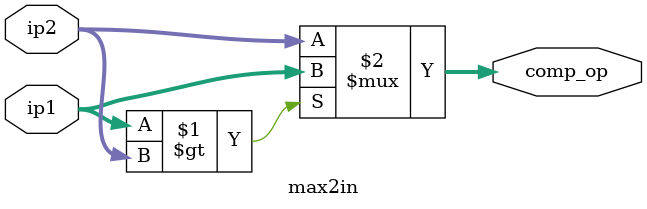
<source format=v>
/**************************************
@ filename    : comparator2in.v
@ author      : yyrwkk
@ create time : 2024/11/04 22:35:47
@ version     : v1.0.0
**************************************/
module max2in #(
    parameter N_DATA = 32    
)(
    input  [N_DATA-1:0]  ip1    ,
    input  [N_DATA-1:0]  ip2    ,
    output [N_DATA-1:0]  comp_op  
);

assign comp_op = ( ip1 > ip2 )
                 ?
                 ip1
                 :
                 ip2;
endmodule 
</source>
